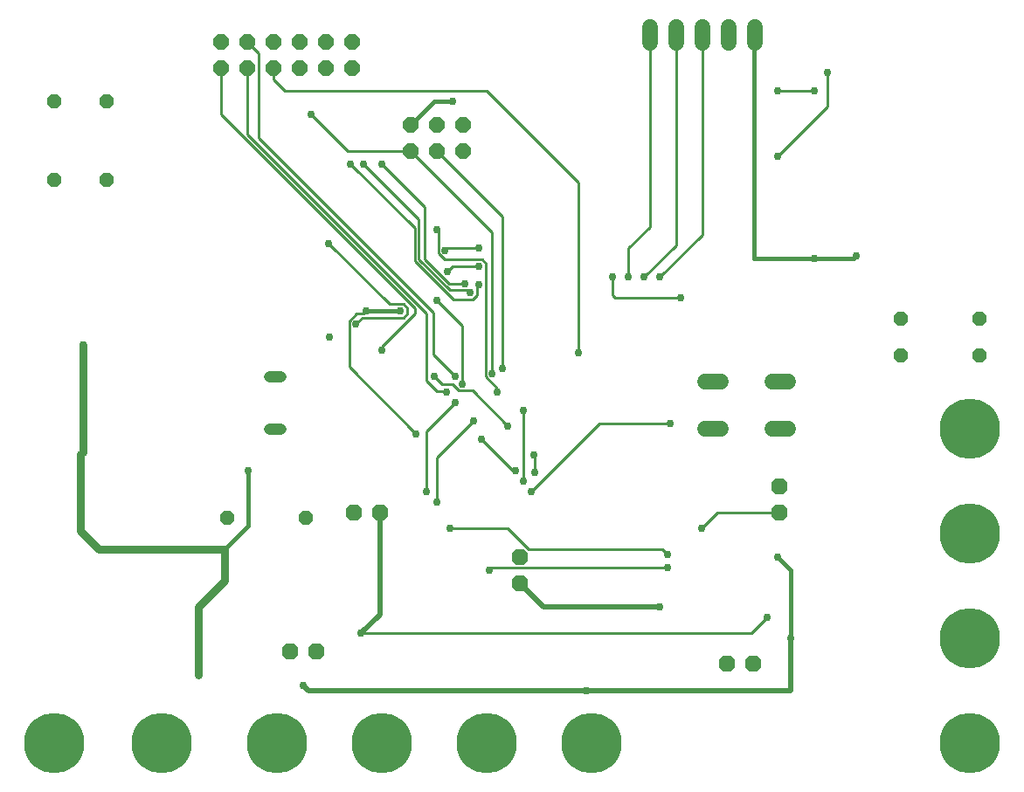
<source format=gbr>
G04 EAGLE Gerber RS-274X export*
G75*
%MOMM*%
%FSLAX34Y34*%
%LPD*%
%INBottom Copper*%
%IPPOS*%
%AMOC8*
5,1,8,0,0,1.08239X$1,22.5*%
G01*
%ADD10C,5.842000*%
%ADD11P,1.732040X8X22.500000*%
%ADD12P,1.732040X8X112.500000*%
%ADD13P,1.732040X8X202.500000*%
%ADD14P,1.732040X8X292.500000*%
%ADD15P,1.649562X8X22.500000*%
%ADD16C,1.524000*%
%ADD17P,1.429621X8X112.500000*%
%ADD18P,1.429621X8X202.500000*%
%ADD19C,1.117600*%
%ADD20C,0.756400*%
%ADD21C,0.762000*%
%ADD22C,0.254000*%
%ADD23C,0.508000*%
%ADD24C,0.381000*%


D10*
X38100Y50800D03*
X142240Y50800D03*
D11*
X266700Y139700D03*
X292100Y139700D03*
D12*
X489280Y205740D03*
X489280Y231140D03*
D13*
X353220Y274480D03*
X327820Y274480D03*
D11*
X690080Y127800D03*
X715480Y127800D03*
D14*
X740080Y299720D03*
X740080Y274320D03*
D10*
X558800Y50800D03*
X457200Y50800D03*
X924700Y50800D03*
X254000Y50800D03*
X355600Y50800D03*
X924700Y152400D03*
X924700Y355600D03*
X924700Y254000D03*
D15*
X383540Y624840D03*
X383540Y650240D03*
X408940Y624840D03*
X408940Y650240D03*
X434340Y624840D03*
X434340Y650240D03*
D16*
X716420Y729920D02*
X716420Y745160D01*
X691020Y745160D02*
X691020Y729920D01*
X665620Y729920D02*
X665620Y745160D01*
X640220Y745160D02*
X640220Y729920D01*
X614820Y729920D02*
X614820Y745160D01*
D17*
X88900Y596900D03*
X88900Y673100D03*
X38100Y596900D03*
X38100Y673100D03*
D16*
X668388Y401066D02*
X683628Y401066D01*
X683628Y355854D02*
X668388Y355854D01*
X733412Y401066D02*
X748652Y401066D01*
X748652Y355854D02*
X733412Y355854D01*
D15*
X199860Y705320D03*
X199860Y730720D03*
X225260Y705320D03*
X225260Y730720D03*
X250660Y705320D03*
X250660Y730720D03*
X276060Y705320D03*
X276060Y730720D03*
X301460Y705320D03*
X301460Y730720D03*
X326860Y705320D03*
X326860Y730720D03*
D18*
X281940Y269240D03*
X205740Y269240D03*
X934720Y426720D03*
X858520Y426720D03*
X934720Y462280D03*
X858520Y462280D03*
D19*
X257048Y406400D02*
X245872Y406400D01*
X245872Y355600D02*
X257048Y355600D01*
D20*
X63500Y330200D03*
X177800Y116840D03*
D21*
X177800Y182880D01*
X203200Y208280D01*
D20*
X203200Y208280D03*
X66040Y436880D03*
D21*
X66040Y332740D01*
D22*
X63500Y330200D01*
D23*
X489280Y205740D02*
X512140Y182880D01*
X624840Y182880D01*
D20*
X624840Y182880D03*
D21*
X63500Y256540D02*
X63500Y330200D01*
X63500Y256540D02*
X81280Y238760D01*
X203200Y238760D01*
X203200Y208280D01*
D20*
X226060Y314960D03*
X815340Y523240D03*
D22*
X812800Y520700D01*
D24*
X774700Y520700D01*
X716280Y520700D01*
D20*
X774700Y520700D03*
D24*
X716280Y737400D02*
X716420Y737540D01*
X716280Y737400D02*
X716280Y520700D01*
X226060Y261620D02*
X203200Y238760D01*
X226060Y261620D02*
X226060Y314960D01*
D20*
X304800Y444500D03*
X424180Y673100D03*
D24*
X406400Y673100D01*
X383540Y650240D01*
D20*
X492760Y304800D03*
D22*
X492760Y373380D01*
D20*
X492760Y373380D03*
X645160Y482600D03*
D22*
X581660Y482600D01*
X579120Y485140D01*
X579120Y502920D01*
D20*
X579120Y502920D03*
X500380Y294640D03*
D22*
X566420Y360680D01*
X635000Y360680D01*
D20*
X635000Y360680D03*
X408940Y548640D03*
X467360Y391160D03*
D22*
X456156Y515804D02*
X452304Y519656D01*
X455704Y411664D02*
X455704Y406216D01*
X467360Y394560D02*
X467360Y391160D01*
X467360Y394560D02*
X455704Y406216D01*
X409984Y547596D02*
X408940Y548640D01*
X409984Y547596D02*
X409984Y525596D01*
X456156Y412116D02*
X455704Y411664D01*
X456156Y412116D02*
X456156Y515804D01*
X415924Y519656D02*
X409984Y525596D01*
X415924Y519656D02*
X452304Y519656D01*
D20*
X408940Y284480D03*
D22*
X408940Y327660D01*
X444500Y363220D01*
D20*
X444500Y363220D03*
X452120Y345440D03*
D22*
X482600Y314960D01*
X485140Y314960D01*
D20*
X485140Y314960D03*
X406400Y406400D03*
D22*
X414020Y398780D01*
D20*
X477520Y358140D03*
D22*
X443243Y392417D01*
X430120Y392417D02*
X423757Y398780D01*
X430120Y392417D02*
X443243Y392417D01*
X423757Y398780D02*
X414020Y398780D01*
D20*
X440876Y487680D03*
D22*
X438788Y489768D01*
X421465Y489768D01*
X391160Y520073D01*
D20*
X337820Y612140D03*
D22*
X391160Y558800D01*
X391160Y520073D01*
D20*
X435876Y496344D03*
X355600Y612140D03*
D22*
X420636Y496344D02*
X435876Y496344D01*
X420636Y496344D02*
X397084Y519896D01*
X397084Y570656D01*
X355600Y612140D01*
D20*
X279400Y106680D03*
D23*
X284480Y101600D01*
X553720Y101600D02*
X751840Y101600D01*
X553720Y101600D02*
X284480Y101600D01*
X751840Y101600D02*
X751840Y152400D01*
D20*
X751840Y152400D03*
X553720Y101600D03*
X739140Y231140D03*
D24*
X751840Y218440D01*
X751840Y152400D01*
D20*
X665480Y259080D03*
D22*
X680720Y274320D01*
X740080Y274320D01*
D20*
X335280Y157480D03*
D22*
X713630Y157480D01*
X728754Y172604D01*
D20*
X728754Y172604D03*
D23*
X353220Y175420D02*
X353220Y274480D01*
X353220Y175420D02*
X335280Y157480D01*
D20*
X459740Y218440D03*
D22*
X462280Y220980D02*
X632460Y220980D01*
X462280Y220980D02*
X459740Y218440D01*
D20*
X632460Y220980D03*
X421640Y259080D03*
D22*
X477520Y259080D01*
X497840Y238760D01*
X627380Y238760D02*
X632460Y233680D01*
D20*
X632460Y233680D03*
D22*
X627380Y238760D02*
X497840Y238760D01*
D20*
X462280Y408940D03*
D22*
X462280Y546100D02*
X383540Y624840D01*
X462280Y546100D02*
X462280Y408940D01*
D20*
X287020Y660400D03*
D22*
X322580Y624840D01*
X383540Y624840D01*
D20*
X416560Y528320D03*
D22*
X419100Y530860D01*
X449580Y530860D01*
D20*
X449580Y530860D03*
X739140Y683260D03*
D22*
X774700Y683260D01*
D20*
X774700Y683260D03*
X419100Y508000D03*
D22*
X424180Y513080D01*
X449580Y513080D01*
D20*
X449580Y513080D03*
X739140Y619760D03*
D22*
X787400Y668020D01*
X787400Y701040D01*
D20*
X787400Y701040D03*
X624840Y502920D03*
D22*
X665620Y543700D01*
X665620Y737540D01*
D20*
X609600Y502920D03*
D22*
X640220Y533540D01*
X640220Y737540D01*
D20*
X594360Y502920D03*
D22*
X594360Y530860D01*
X614820Y551320D01*
X614820Y737540D01*
D20*
X472440Y414020D03*
D22*
X472440Y561340D02*
X408940Y624840D01*
X472440Y561340D02*
X472440Y414020D01*
D20*
X325120Y612140D03*
X449580Y495300D03*
D22*
X387096Y550164D02*
X325120Y612140D01*
X387096Y550164D02*
X387096Y518389D01*
X443600Y481104D02*
X447452Y484956D01*
X424381Y481104D02*
X387096Y518389D01*
X424381Y481104D02*
X443600Y481104D01*
X447452Y484956D02*
X447452Y493172D01*
X449580Y495300D01*
D20*
X373380Y469900D03*
X340360Y469900D03*
D24*
X373380Y469900D01*
D20*
X388620Y350520D03*
D22*
X337848Y467388D02*
X340360Y469900D01*
X337848Y467388D02*
X331088Y467388D01*
X323624Y459924D01*
X323624Y415516D01*
X388620Y350520D01*
D20*
X502920Y330200D03*
D22*
X503760Y329360D01*
X503760Y313260D01*
D20*
X503760Y313260D03*
X398780Y294640D03*
D22*
X398780Y353060D01*
X426720Y381000D01*
D20*
X426720Y381000D03*
X432844Y398993D03*
X408940Y480060D03*
D22*
X432844Y403224D02*
X432844Y398993D01*
X432844Y403224D02*
X433296Y403676D01*
X433296Y455704D01*
X408940Y480060D01*
D20*
X418256Y391160D03*
D22*
X417212Y392204D01*
X408756Y392204D01*
X398780Y402180D01*
X398780Y467360D01*
X225260Y640880D01*
X225260Y705320D01*
X236220Y719760D02*
X225260Y730720D01*
X236220Y719760D02*
X236220Y637540D01*
X405476Y468284D01*
D20*
X426720Y406400D03*
D22*
X405476Y427644D01*
X405476Y468284D01*
D20*
X330200Y457200D03*
X303960Y535100D03*
D22*
X376104Y476476D02*
X379956Y472624D01*
X379956Y467176D01*
X376104Y463324D01*
X362584Y476476D02*
X303960Y535100D01*
X336324Y463324D02*
X330200Y457200D01*
X362584Y476476D02*
X376104Y476476D01*
X376104Y463324D02*
X336324Y463324D01*
D20*
X355600Y431800D03*
D22*
X387576Y467176D02*
X387576Y472624D01*
X355600Y435200D02*
X355600Y431800D01*
X355600Y435200D02*
X387576Y467176D01*
X387576Y472624D02*
X199860Y660340D01*
X199860Y705320D01*
D20*
X546100Y429260D03*
D22*
X546100Y594360D01*
X457200Y683260D02*
X261620Y683260D01*
X250660Y694220D01*
X250660Y705320D01*
X457200Y683260D02*
X546100Y594360D01*
M02*

</source>
